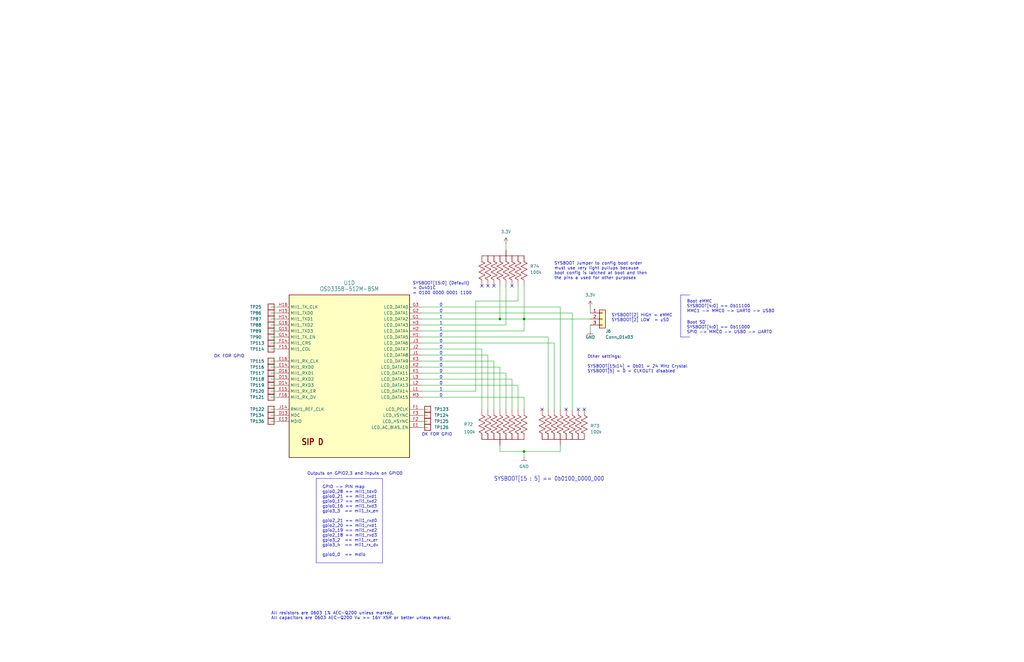
<source format=kicad_sch>
(kicad_sch (version 20230121) (generator eeschema)
  (paper "USLedger")
  (title_block (title "OreSat C3: OSD3358 SIP D") (date "2023-05-29") (rev "6.0"))
  (lib_symbols
    (symbol "Connector_Generic:Conn_01x03" (pin_names (offset 1.016) hide)
      (property "Reference" "J" (at 0 5.08 0))
      (property "Value" "Conn_01x03" (at 0 -5.08 0))
      (symbol "Conn_01x03_1_1"
        (pin passive line (at -5.08 2.54 0) (length 3.81) (name "Pin_1") (number "1"))
        (pin passive line (at -5.08 0 0) (length 3.81) (name "Pin_2") (number "2"))
        (pin passive line (at -5.08 -2.54 0) (length 3.81) (name "Pin_3") (number "3"))
      )
    )
    (symbol "oresat-ics:OSD3358-512M-BSM"
      (property "Reference" "U" (at 0 87.63 0))
      (property "Value" "OSD3358-512M-BSM" (at 0 85.09 0))
      (symbol "OSD3358-512M-BSM_1_0"
        (text "Connect to either:\nSYS_VDD_1P8V or\nSYS_VDD3_3P3V" (at 8.89 -21.59 900) (effects (font (size 1.27 1.0795)) (justify bottom)))
        (text "Connect together with pour" (at 5.08 -60.96 900) (effects (font (size 1.27 1.0795)) (justify left bottom)))
        (text "Connect together with pour" (at 5.08 -7.62 900) (effects (font (size 1.27 1.0795)) (justify left bottom)))
        (text "GND to program EEPROM" (at -25.4 -71.12 0) (effects (font (size 1.27 1.0795)) (justify left bottom)))
        (text "I2C0" (at -2.54 -60.96 900) (effects (font (size 2.54 2.159)) (justify left bottom)))
        (text "Reset" (at 5.08 -81.28 900) (effects (font (size 2.54 2.159)) (justify left bottom)))
        (text "SIP A" (at -20.32 17.78 0) (effects (font (size 2.54 2.159) bold) (justify left bottom)))
        (pin bidirectional line (at -35.56 -53.34 0) (length 5.08) (name "I2C0_SCL") (number "C10"))
        (pin bidirectional line (at -35.56 -63.5 0) (length 5.08) (name "I2C0_SDA") (number "C11"))
        (pin bidirectional line (at -35.56 -50.8 0) (length 5.08) (name "PMIC_SCL") (number "D10"))
        (pin bidirectional line (at -35.56 -60.96 0) (length 5.08) (name "PMIC_SDA") (number "D11"))
        (pin bidirectional line (at -35.56 -40.64 0) (length 5.08) (name "EXTINTN") (number "D4"))
        (pin output line (at -35.56 -38.1 0) (length 5.08) (name "PMIC_NINT") (number "E4"))
        (pin power_in line (at 35.56 -38.1 180) (length 5.08) (name "SYS_VDD_1P8V@1") (number "F10"))
        (pin power_in line (at 35.56 43.18 180) (length 5.08) (name "SYS_VDD2_3P3V@1") (number "F11"))
        (pin power_in line (at 35.56 60.96 180) (length 5.08) (name "SYS_VDD1_3P3V@1") (number "F6"))
        (pin power_in line (at 35.56 58.42 180) (length 5.08) (name "SYS_VDD1_3P3V@2") (number "F7"))
        (pin power_in line (at 35.56 12.7 180) (length 5.08) (name "SYS_VDD3_3P3V@1") (number "F8"))
        (pin power_in line (at 35.56 -22.86 180) (length 5.08) (name "VDDSHV4") (number "F9"))
        (pin power_in line (at 35.56 -40.64 180) (length 5.08) (name "SYS_VDD_1P8V@2") (number "G10"))
        (pin power_in line (at 35.56 40.64 180) (length 5.08) (name "SYS_VDD2_3P3V@2") (number "G11"))
        (pin power_in line (at 35.56 55.88 180) (length 5.08) (name "SYS_VDD1_3P3V@3") (number "G6"))
        (pin power_in line (at 35.56 53.34 180) (length 5.08) (name "SYS_VDD1_3P3V@4") (number "G7"))
        (pin power_in line (at 35.56 10.16 180) (length 5.08) (name "SYS_VDD3_3P3V@2") (number "G8"))
        (pin power_in line (at 35.56 -25.4 180) (length 5.08) (name "VDDSHV5") (number "G9"))
        (pin power_in line (at 35.56 -43.18 180) (length 5.08) (name "SYS_VDD_1P8V@3") (number "H10"))
        (pin power_in line (at 35.56 -45.72 180) (length 5.08) (name "SYS_VDD_1P8V@4") (number "H11"))
        (pin power_in line (at 35.56 7.62 180) (length 5.08) (name "SYS_VDD3_3P3V@3") (number "H7"))
        (pin power_in line (at 35.56 5.08 180) (length 5.08) (name "SYS_VDD3_3P3V@4") (number "H8"))
        (pin power_in line (at 35.56 -27.94 180) (length 5.08) (name "VDDSHV6") (number "H9"))
        (pin power_in line (at 35.56 -48.26 180) (length 5.08) (name "SYS_VDD_1P8V@5") (number "J10"))
        (pin power_in line (at 35.56 -50.8 180) (length 5.08) (name "SYS_VDD_1P8V@6") (number "J11"))
        (pin power_in line (at 35.56 2.54 180) (length 5.08) (name "SYS_VDD3_3P3V@5") (number "J7"))
        (pin power_in line (at 35.56 0 180) (length 5.08) (name "SYS_VDD3_3P3V@6") (number "J8"))
        (pin power_in line (at 35.56 -15.24 180) (length 5.08) (name "VDDSHV1") (number "J9"))
        (pin power_in line (at 35.56 -53.34 180) (length 5.08) (name "SYS_VDD_1P8V@7") (number "K10"))
        (pin power_in line (at 35.56 30.48 180) (length 5.08) (name "SYS_RTC_1P8V@1") (number "K11"))
        (pin power_in line (at 35.56 78.74 180) (length 5.08) (name "SYS_VOUT@1") (number "K6"))
        (pin power_in line (at 35.56 76.2 180) (length 5.08) (name "SYS_VOUT@2") (number "K7"))
        (pin power_in line (at 35.56 -2.54 180) (length 5.08) (name "SYS_VDD3_3P3V@7") (number "K8"))
        (pin power_in line (at 35.56 -17.78 180) (length 5.08) (name "VDDSHV2") (number "K9"))
        (pin power_in line (at 35.56 -55.88 180) (length 5.08) (name "SYS_VDD_1P8V@8") (number "L10"))
        (pin power_in line (at 35.56 27.94 180) (length 5.08) (name "SYS_RTC_1P8V@2") (number "L11"))
        (pin output line (at -35.56 -30.48 0) (length 5.08) (name "PMIC_NWAKEUP") (number "L4"))
        (pin power_in line (at 35.56 73.66 180) (length 5.08) (name "SYS_VOUT@3") (number "L6"))
        (pin power_in line (at 35.56 71.12 180) (length 5.08) (name "SYS_VOUT@4") (number "L7"))
        (pin power_in line (at 35.56 -5.08 180) (length 5.08) (name "SYS_VDD3_3P3V@8") (number "L8"))
        (pin power_in line (at 35.56 -20.32 180) (length 5.08) (name "VDDSHV3") (number "L9"))
        (pin bidirectional line (at -35.56 5.08 0) (length 5.08) (name "PMIC_NRESET") (number "M13"))
        (pin bidirectional line (at -35.56 -83.82 0) (length 5.08) (name "RTC_KALDO_ENN") (number "M16"))
        (pin bidirectional line (at -35.56 -73.66 0) (length 5.08) (name "EEPROM_WP") (number "M2"))
        (pin bidirectional line (at -35.56 -33.02 0) (length 5.08) (name "EXT_WAKEUP") (number "M4"))
        (pin output line (at -35.56 -17.78 0) (length 5.08) (name "PMIC_POWER_EN") (number "N10"))
        (pin input line (at -35.56 -15.24 0) (length 5.08) (name "PMIC_PWR_EN") (number "N11"))
        (pin output line (at 35.56 -71.12 180) (length 5.08) (name "PMIC_PGOOD") (number "N12"))
        (pin output line (at -35.56 -22.86 0) (length 5.08) (name "PMIC_LDO_PGOOD") (number "N4"))
        (pin bidirectional line (at -35.56 -25.4 0) (length 5.08) (name "RTC_PWRONRSTN") (number "N5"))
        (pin bidirectional line (at -35.56 35.56 0) (length 5.08) (name "PMIC_TS") (number "N6"))
        (pin bidirectional line (at -35.56 38.1 0) (length 5.08) (name "PMIC_BAT_SENSE") (number "N7"))
        (pin power_in line (at -35.56 78.74 0) (length 5.08) (name "VIN_AC@1") (number "P10"))
        (pin bidirectional line (at 35.56 -73.66 180) (length 5.08) (name "PWRONRSTN") (number "P11"))
        (pin power_in line (at -35.56 48.26 0) (length 5.08) (name "VIN_BAT@1") (number "P8"))
        (pin power_in line (at -35.56 63.5 0) (length 5.08) (name "VIN_USB@1") (number "P9"))
        (pin power_in line (at -35.56 76.2 0) (length 5.08) (name "VIN_AC@2") (number "R10"))
        (pin bidirectional line (at 35.56 -83.82 180) (length 5.08) (name "WARMRSTN") (number "R11"))
        (pin power_in line (at -35.56 45.72 0) (length 5.08) (name "VIN_BAT@2") (number "R8"))
        (pin power_in line (at -35.56 60.96 0) (length 5.08) (name "VIN_USB@2") (number "R9"))
        (pin power_in line (at -35.56 73.66 0) (length 5.08) (name "VIN_AC@3") (number "T10"))
        (pin bidirectional line (at -35.56 -5.08 0) (length 5.08) (name "PMIC_PB_IN") (number "T11"))
        (pin power_in line (at -35.56 43.18 0) (length 5.08) (name "VIN_BAT@3") (number "T8"))
        (pin power_in line (at -35.56 58.42 0) (length 5.08) (name "VIN_USB@3") (number "T9"))
      )
      (symbol "OSD3358-512M-BSM_2_0"
        (text "Analog" (at 2.54 22.86 0) (effects (font (size 2.54 2.159)) (justify left bottom)))
        (text "Analog Inputs" (at 5.08 -30.48 900) (effects (font (size 2.54 2.159)) (justify left bottom)))
        (text "JTAG" (at -2.54 -25.4 900) (effects (font (size 2.54 2.159)) (justify left bottom)))
        (text "Pwr & Gnd" (at 12.7 20.32 0) (effects (font (size 2.159 2.159))))
        (text "RTC" (at -2.54 0 900) (effects (font (size 2.54 2.159)) (justify left bottom)))
        (text "SIP B" (at -5.08 53.34 0) (effects (font (size 2.54 2.159) bold) (justify left bottom)))
        (text "USB0" (at -2.54 -53.34 900) (effects (font (size 2.54 2.159)) (justify left bottom)))
        (text "USB1" (at 5.08 -53.34 900) (effects (font (size 2.54 2.159)) (justify left bottom)))
        (text "XTAL" (at -2.54 30.48 900) (effects (font (size 2.54 2.159)) (justify left bottom)))
        (pin bidirectional line (at -30.48 -2.54 0) (length 5.08) (name "OSC1_OUT") (number "A5"))
        (pin bidirectional line (at -30.48 12.7 0) (length 5.08) (name "OSC1_IN") (number "A6"))
        (pin bidirectional line (at 30.48 45.72 180) (length 5.08) (name "SYS_ADC_1P8V") (number "A7"))
        (pin bidirectional line (at 30.48 -5.08 180) (length 5.08) (name "AIN0") (number "A8"))
        (pin bidirectional line (at 30.48 15.24 180) (length 5.08) (name "AGND_ADC") (number "A9"))
        (pin bidirectional line (at -30.48 -7.62 0) (length 5.08) (name "OSC1_GND") (number "B5"))
        (pin bidirectional line (at 30.48 -10.16 180) (length 5.08) (name "AIN2") (number "B6"))
        (pin bidirectional line (at 30.48 35.56 180) (length 5.08) (name "VREFP") (number "B7"))
        (pin bidirectional line (at 30.48 -7.62 180) (length 5.08) (name "AIN1") (number "B8"))
        (pin bidirectional line (at 30.48 5.08 180) (length 5.08) (name "VREFN") (number "B9"))
        (pin bidirectional line (at -30.48 -17.78 0) (length 5.08) (name "TDI") (number "C1"))
        (pin bidirectional line (at -30.48 -20.32 0) (length 5.08) (name "TDO") (number "C2"))
        (pin bidirectional line (at 30.48 -12.7 180) (length 5.08) (name "AIN3") (number "C6"))
        (pin bidirectional line (at 30.48 -15.24 180) (length 5.08) (name "AIN4") (number "C7"))
        (pin bidirectional line (at 30.48 -17.78 180) (length 5.08) (name "AIN5") (number "C8"))
        (pin bidirectional line (at 30.48 -20.32 180) (length 5.08) (name "AIN6") (number "C9"))
        (pin bidirectional line (at -30.48 -22.86 0) (length 5.08) (name "TCK") (number "D1"))
        (pin bidirectional line (at -30.48 -25.4 0) (length 5.08) (name "TMS") (number "D2"))
        (pin bidirectional line (at -30.48 -27.94 0) (length 5.08) (name "TRSTN") (number "D3"))
        (pin bidirectional line (at 30.48 -27.94 180) (length 5.08) (name "PMIC_MUX_OUT") (number "D6"))
        (pin bidirectional line (at 30.48 -22.86 180) (length 5.08) (name "AIN7") (number "D7"))
        (pin bidirectional line (at -30.48 -30.48 0) (length 5.08) (name "EMU0") (number "E2"))
        (pin bidirectional line (at -30.48 -33.02 0) (length 5.08) (name "EMU1") (number "E3"))
        (pin bidirectional line (at -30.48 -55.88 0) (length 5.08) (name "USB0_DRVVBUS") (number "J15"))
        (pin bidirectional line (at -30.48 -43.18 0) (length 5.08) (name "USB0_VBUS") (number "J16"))
        (pin bidirectional line (at -30.48 -53.34 0) (length 5.08) (name "USB0_CE") (number "K13"))
        (pin bidirectional line (at -30.48 -50.8 0) (length 5.08) (name "USB0_ID") (number "K14"))
        (pin bidirectional line (at -30.48 -48.26 0) (length 5.08) (name "USB0_DP") (number "K15"))
        (pin bidirectional line (at -30.48 -45.72 0) (length 5.08) (name "USB0_DM") (number "K16"))
        (pin bidirectional line (at 30.48 -53.34 180) (length 5.08) (name "USB1_CE") (number "L13"))
        (pin bidirectional line (at 30.48 -50.8 180) (length 5.08) (name "USB1_ID") (number "L14"))
        (pin bidirectional line (at 30.48 -48.26 180) (length 5.08) (name "USB1_DP") (number "L15"))
        (pin bidirectional line (at 30.48 -45.72 180) (length 5.08) (name "USB1_DM") (number "L16"))
        (pin bidirectional line (at 30.48 -55.88 180) (length 5.08) (name "USB1_DRVVBUS") (number "M14"))
        (pin bidirectional line (at 30.48 -43.18 180) (length 5.08) (name "USB1_VBUS") (number "M15"))
        (pin bidirectional line (at 30.48 -33.02 180) (length 5.08) (name "PMIC_MUX_IN") (number "N13"))
        (pin bidirectional line (at -30.48 22.86 0) (length 5.08) (name "OSC0_GND") (number "N15"))
        (pin bidirectional line (at -30.48 27.94 0) (length 5.08) (name "OSC0_OUT") (number "N16"))
        (pin bidirectional line (at -30.48 43.18 0) (length 5.08) (name "OSC0_IN") (number "P16"))
      )
      (symbol "OSD3358-512M-BSM_3_0"
        (text "SIP C" (at -5.08 53.34 0) (effects (font (size 2.54 2.159) bold) (justify left bottom)))
        (pin bidirectional line (at -30.48 -12.7 0) (length 5.08) (name "MCASP0_ACLKX") (number "A1"))
        (pin bidirectional line (at -30.48 33.02 0) (length 5.08) (name "UART1_RTSN") (number "A10"))
        (pin bidirectional line (at -30.48 38.1 0) (length 5.08) (name "UART1_RXD") (number "A11"))
        (pin bidirectional line (at -30.48 53.34 0) (length 5.08) (name "UART0_RXD") (number "A12"))
        (pin bidirectional line (at -30.48 25.4 0) (length 5.08) (name "SPI0_SCLK") (number "A13"))
        (pin bidirectional line (at -30.48 17.78 0) (length 5.08) (name "SPI0_CS0") (number "A14"))
        (pin bidirectional line (at -30.48 0 0) (length 5.08) (name "MMC0_DAT1") (number "A15"))
        (pin bidirectional line (at -30.48 2.54 0) (length 5.08) (name "MMC0_DAT0") (number "A16"))
        (pin bidirectional line (at -30.48 -15.24 0) (length 5.08) (name "MCASP0_FSX") (number "A2"))
        (pin bidirectional line (at -30.48 -22.86 0) (length 5.08) (name "MCASP0_ACLKR") (number "A3"))
        (pin bidirectional line (at -30.48 -38.1 0) (length 5.08) (name "XDMA_EVENT_INTR0") (number "A4"))
        (pin bidirectional line (at -30.48 -20.32 0) (length 5.08) (name "MCASP0_AHCLKR") (number "B1"))
        (pin bidirectional line (at -30.48 35.56 0) (length 5.08) (name "UART1_CTSN") (number "B10"))
        (pin bidirectional line (at -30.48 40.64 0) (length 5.08) (name "UART1_TXD") (number "B11"))
        (pin bidirectional line (at -30.48 55.88 0) (length 5.08) (name "UART0_TXD") (number "B12"))
        (pin bidirectional line (at -30.48 22.86 0) (length 5.08) (name "SPI0_D0") (number "B13"))
        (pin bidirectional line (at -30.48 20.32 0) (length 5.08) (name "SPI0_D1") (number "B14"))
        (pin bidirectional line (at -30.48 7.62 0) (length 5.08) (name "MMC0_CLK") (number "B15"))
        (pin bidirectional line (at -30.48 5.08 0) (length 5.08) (name "MMC0_CMD") (number "B16"))
        (pin bidirectional line (at -30.48 -17.78 0) (length 5.08) (name "MCASP0_AXR0") (number "B2"))
        (pin bidirectional line (at -30.48 -25.4 0) (length 5.08) (name "MCASP0_FSR") (number "B3"))
        (pin bidirectional line (at -30.48 -40.64 0) (length 5.08) (name "XDMA_EVENT_INTR1") (number "B4"))
        (pin bidirectional line (at -30.48 50.8 0) (length 5.08) (name "UART0_CTSN") (number "C12"))
        (pin bidirectional line (at -30.48 48.26 0) (length 5.08) (name "UART0_RTSN") (number "C13"))
        (pin bidirectional line (at -30.48 15.24 0) (length 5.08) (name "SPI0_CS1") (number "C14"))
        (pin bidirectional line (at -30.48 -5.08 0) (length 5.08) (name "MMC0_DAT3") (number "C15"))
        (pin bidirectional line (at -30.48 -2.54 0) (length 5.08) (name "MMC0_DAT2") (number "C16"))
        (pin bidirectional line (at -30.48 -27.94 0) (length 5.08) (name "MCASP0_AXR1") (number "C3"))
        (pin bidirectional line (at -30.48 -30.48 0) (length 5.08) (name "MCASP0_AHCLKX") (number "C4"))
        (pin bidirectional line (at -30.48 -43.18 0) (length 5.08) (name "ECAP0_IN_PWM0_OUT") (number "C5"))
        (pin bidirectional line (at 30.48 -50.8 180) (length 5.08) (name "GPMC_ADVN_ALE") (number "M1"))
        (pin bidirectional line (at 30.48 -58.42 180) (length 5.08) (name "GPMC_OEN_REN") (number "N1"))
        (pin bidirectional line (at 30.48 17.78 180) (length 5.08) (name "GPMC_BEN1") (number "N14"))
        (pin bidirectional line (at 30.48 -55.88 180) (length 5.08) (name "GPMC_WEN") (number "N2"))
        (pin bidirectional line (at 30.48 -53.34 180) (length 5.08) (name "GPMC_BEN0_CLE") (number "N3"))
        (pin bidirectional line (at 30.48 2.54 180) (length 5.08) (name "GPMC_CSN2") (number "P1"))
        (pin bidirectional line (at 30.48 45.72 180) (length 5.08) (name "GPMC_A2") (number "P12"))
        (pin bidirectional line (at 30.48 38.1 180) (length 5.08) (name "GPMC_A5") (number "P13"))
        (pin bidirectional line (at 30.48 30.48 180) (length 5.08) (name "GPMC_A8") (number "P14"))
        (pin bidirectional line (at 30.48 15.24 180) (length 5.08) (name "GPMC_WAIT0") (number "P15"))
        (pin bidirectional line (at 30.48 5.08 180) (length 5.08) (name "GPMC_CSN1") (number "P2"))
        (pin bidirectional line (at 30.48 7.62 180) (length 5.08) (name "GPMC_CSN0") (number "P3"))
        (pin bidirectional line (at 30.48 -20.32 180) (length 5.08) (name "GPMC_AD6") (number "P4"))
        (pin bidirectional line (at 30.48 -30.48 180) (length 5.08) (name "GPMC_AD9") (number "P5"))
        (pin bidirectional line (at 30.48 -38.1 180) (length 5.08) (name "GPMC_AD12") (number "P6"))
        (pin bidirectional line (at 30.48 -45.72 180) (length 5.08) (name "GPMC_AD15") (number "P7"))
        (pin bidirectional line (at 30.48 -10.16 180) (length 5.08) (name "GPMC_AD2") (number "R1"))
        (pin bidirectional line (at 30.48 48.26 180) (length 5.08) (name "GPMC_A1") (number "R12"))
        (pin bidirectional line (at 30.48 40.64 180) (length 5.08) (name "GPMC_A4") (number "R13"))
        (pin bidirectional line (at 30.48 33.02 180) (length 5.08) (name "GPMC_A7") (number "R14"))
        (pin bidirectional line (at 30.48 25.4 180) (length 5.08) (name "GPMC_A10") (number "R15"))
        (pin bidirectional line (at 30.48 12.7 180) (length 5.08) (name "GPMC_WPN") (number "R16"))
        (pin bidirectional line (at 30.48 -7.62 180) (length 5.08) (name "GPMC_AD1") (number "R2"))
        (pin bidirectional line (at 30.48 -5.08 180) (length 5.08) (name "GPMC_AD0") (number "R3"))
        (pin bidirectional line (at 30.48 -22.86 180) (length 5.08) (name "GPMC_AD7") (number "R4"))
        (pin bidirectional line (at 30.48 -33.02 180) (length 5.08) (name "GPMC_AD10") (number "R5"))
        (pin bidirectional line (at 30.48 -40.64 180) (length 5.08) (name "GPMC_AD13") (number "R6"))
        (pin bidirectional line (at 30.48 0 180) (length 5.08) (name "GPMC_CSN3") (number "R7"))
        (pin bidirectional line (at 30.48 -17.78 180) (length 5.08) (name "GPMC_AD5") (number "T1"))
        (pin bidirectional line (at 30.48 50.8 180) (length 5.08) (name "GPMC_A0") (number "T12"))
        (pin bidirectional line (at 30.48 43.18 180) (length 5.08) (name "GPMC_A3") (number "T13"))
        (pin bidirectional line (at 30.48 35.56 180) (length 5.08) (name "GPMC_A6") (number "T14"))
        (pin bidirectional line (at 30.48 27.94 180) (length 5.08) (name "GPMC_A9") (number "T15"))
        (pin bidirectional line (at 30.48 22.86 180) (length 5.08) (name "GPMC_A11") (number "T16"))
        (pin bidirectional line (at 30.48 -15.24 180) (length 5.08) (name "GPMC_AD4") (number "T2"))
        (pin bidirectional line (at 30.48 -12.7 180) (length 5.08) (name "GPMC_AD3") (number "T3"))
        (pin bidirectional line (at 30.48 -27.94 180) (length 5.08) (name "GPMC_AD8") (number "T4"))
        (pin bidirectional line (at 30.48 -35.56 180) (length 5.08) (name "GPMC_AD11") (number "T5"))
        (pin bidirectional line (at 30.48 -43.18 180) (length 5.08) (name "GPMC_AD14") (number "T6"))
        (pin bidirectional line (at 30.48 55.88 180) (length 5.08) (name "GPMC_CLK") (number "T7"))
      )
      (symbol "OSD3358-512M-BSM_4_0"
        (text "SIP D" (at -20.32 -30.48 0) (effects (font (size 2.54 2.159) bold) (justify left bottom)))
        (pin bidirectional line (at -30.48 -17.78 0) (length 5.08) (name "MDC") (number "D13"))
        (pin bidirectional line (at -30.48 -5.08 0) (length 5.08) (name "MII1_RXD3") (number "D14"))
        (pin bidirectional line (at -30.48 -2.54 0) (length 5.08) (name "MII1_RXD2") (number "D15"))
        (pin bidirectional line (at -30.48 0 0) (length 5.08) (name "MII1_RXD1") (number "D16"))
        (pin bidirectional line (at 30.48 -22.86 180) (length 5.08) (name "LCD_AC_BIAS_EN") (number "E1"))
        (pin bidirectional line (at -30.48 -20.32 0) (length 5.08) (name "MDIO") (number "E13"))
        (pin bidirectional line (at -30.48 2.54 0) (length 5.08) (name "MII1_RXD0") (number "E14"))
        (pin bidirectional line (at -30.48 -7.62 0) (length 5.08) (name "MII1_RX_ER") (number "E15"))
        (pin bidirectional line (at -30.48 5.08 0) (length 5.08) (name "MII1_RX_CLK") (number "E16"))
        (pin bidirectional line (at 30.48 -15.24 180) (length 5.08) (name "LCD_PCLK") (number "F1"))
        (pin bidirectional line (at -30.48 12.7 0) (length 5.08) (name "MII1_CRS") (number "F14"))
        (pin bidirectional line (at -30.48 10.16 0) (length 5.08) (name "MII1_COL") (number "F15"))
        (pin bidirectional line (at -30.48 -10.16 0) (length 5.08) (name "MII1_RX_DV") (number "F16"))
        (pin bidirectional line (at 30.48 -20.32 180) (length 5.08) (name "LCD_HSYNC") (number "F2"))
        (pin bidirectional line (at 30.48 -17.78 180) (length 5.08) (name "LCD_VSYNC") (number "F3"))
        (pin bidirectional line (at 30.48 22.86 180) (length 5.08) (name "LCD_DATA2") (number "G1"))
        (pin bidirectional line (at -30.48 15.24 0) (length 5.08) (name "MII1_TX_EN") (number "G14"))
        (pin bidirectional line (at -30.48 17.78 0) (length 5.08) (name "MII1_TXD3") (number "G15"))
        (pin bidirectional line (at -30.48 20.32 0) (length 5.08) (name "MII1_TXD2") (number "G16"))
        (pin bidirectional line (at 30.48 25.4 180) (length 5.08) (name "LCD_DATA1") (number "G2"))
        (pin bidirectional line (at 30.48 27.94 180) (length 5.08) (name "LCD_DATA0") (number "G3"))
        (pin bidirectional line (at 30.48 15.24 180) (length 5.08) (name "LCD_DATA5") (number "H1"))
        (pin bidirectional line (at -30.48 22.86 0) (length 5.08) (name "MII1_TXD1") (number "H14"))
        (pin bidirectional line (at -30.48 25.4 0) (length 5.08) (name "MII1_TXD0") (number "H15"))
        (pin bidirectional line (at -30.48 27.94 0) (length 5.08) (name "MII1_TX_CLK") (number "H16"))
        (pin bidirectional line (at 30.48 17.78 180) (length 5.08) (name "LCD_DATA4") (number "H2"))
        (pin bidirectional line (at 30.48 20.32 180) (length 5.08) (name "LCD_DATA3") (number "H3"))
        (pin bidirectional line (at 30.48 7.62 180) (length 5.08) (name "LCD_DATA8") (number "J1"))
        (pin bidirectional line (at -30.48 -15.24 0) (length 5.08) (name "RMII1_REF_CLK") (number "J14"))
        (pin bidirectional line (at 30.48 10.16 180) (length 5.08) (name "LCD_DATA7") (number "J2"))
        (pin bidirectional line (at 30.48 12.7 180) (length 5.08) (name "LCD_DATA6") (number "J3"))
        (pin bidirectional line (at 30.48 0 180) (length 5.08) (name "LCD_DATA11") (number "K1"))
        (pin bidirectional line (at 30.48 2.54 180) (length 5.08) (name "LCD_DATA10") (number "K2"))
        (pin bidirectional line (at 30.48 5.08 180) (length 5.08) (name "LCD_DATA9") (number "K3"))
        (pin bidirectional line (at 30.48 -7.62 180) (length 5.08) (name "LCD_DATA14") (number "L1"))
        (pin bidirectional line (at 30.48 -5.08 180) (length 5.08) (name "LCD_DATA13") (number "L2"))
        (pin bidirectional line (at 30.48 -2.54 180) (length 5.08) (name "LCD_DATA12") (number "L3"))
        (pin bidirectional line (at 30.48 -10.16 180) (length 5.08) (name "LCD_DATA15") (number "M3"))
      )
      (symbol "OSD3358-512M-BSM_5_0"
        (text "a via per pad." (at -7.62 -21.59 0) (effects (font (size 1.27 1.27)) (justify left)))
        (text "DGND pads  instead of " (at -7.62 -19.05 0) (effects (font (size 1.27 1.27)) (justify left)))
        (text "NOTE:  Can use pours to connect" (at -13.97 -17.78 0) (effects (font (size 1.27 1.0795)) (justify left bottom)))
        (text "SIP E" (at 0 20.32 0) (effects (font (size 2.54 2.159) bold) (justify bottom)))
        (pin bidirectional line (at -30.48 25.4 0) (length 5.08) (name "DGND@1") (number "D8"))
        (pin bidirectional line (at -30.48 22.86 0) (length 5.08) (name "DGND@2") (number "D9"))
        (pin bidirectional line (at -30.48 5.08 0) (length 5.08) (name "DGND@8") (number "E10"))
        (pin bidirectional line (at -30.48 2.54 0) (length 5.08) (name "DGND@9") (number "E11"))
        (pin bidirectional line (at -30.48 0 0) (length 5.08) (name "DGND@10") (number "E12"))
        (pin bidirectional line (at -30.48 17.78 0) (length 5.08) (name "DGND@3") (number "E5"))
        (pin bidirectional line (at -30.48 15.24 0) (length 5.08) (name "DGND@4") (number "E6"))
        (pin bidirectional line (at -30.48 12.7 0) (length 5.08) (name "DGND@5") (number "E7"))
        (pin bidirectional line (at -30.48 10.16 0) (length 5.08) (name "DGND@6") (number "E8"))
        (pin bidirectional line (at -30.48 7.62 0) (length 5.08) (name "DGND@7") (number "E9"))
        (pin bidirectional line (at -30.48 -7.62 0) (length 5.08) (name "DGND@12") (number "F12"))
        (pin bidirectional line (at -30.48 -5.08 0) (length 5.08) (name "DGND@11") (number "F5"))
        (pin bidirectional line (at -30.48 -15.24 0) (length 5.08) (name "DGND@14") (number "G12"))
        (pin bidirectional line (at -30.48 -12.7 0) (length 5.08) (name "DGND@13") (number "G5"))
        (pin bidirectional line (at -30.48 -25.4 0) (length 5.08) (name "DGND@17") (number "H12"))
        (pin bidirectional line (at -30.48 -27.94 0) (length 5.08) (name "DGND@18") (number "H13"))
        (pin bidirectional line (at -30.48 -20.32 0) (length 5.08) (name "DGND@15") (number "H4"))
        (pin bidirectional line (at -30.48 -22.86 0) (length 5.08) (name "DGND@16") (number "H5"))
        (pin bidirectional line (at 30.48 20.32 180) (length 5.08) (name "DGND@21") (number "J12"))
        (pin bidirectional line (at 30.48 17.78 180) (length 5.08) (name "DGND@22") (number "J13"))
        (pin bidirectional line (at 30.48 25.4 180) (length 5.08) (name "DGND@19") (number "J4"))
        (pin bidirectional line (at 30.48 22.86 180) (length 5.08) (name "DGND@20") (number "J5"))
        (pin bidirectional line (at 30.48 10.16 180) (length 5.08) (name "DGND@24") (number "K12"))
        (pin bidirectional line (at 30.48 12.7 180) (length 5.08) (name "DGND@23") (number "K5"))
        (pin bidirectional line (at 30.48 2.54 180) (length 5.08) (name "DGND@26") (number "L12"))
        (pin bidirectional line (at 30.48 5.08 180) (length 5.08) (name "DGND@25") (number "L5"))
        (pin bidirectional line (at 30.48 -15.24 180) (length 5.08) (name "DGND@32") (number "M10"))
        (pin bidirectional line (at 30.48 -17.78 180) (length 5.08) (name "DGND@33") (number "M11"))
        (pin bidirectional line (at 30.48 -20.32 180) (length 5.08) (name "DGND@34") (number "M12"))
        (pin bidirectional line (at 30.48 -2.54 180) (length 5.08) (name "DGND@27") (number "M5"))
        (pin bidirectional line (at 30.48 -5.08 180) (length 5.08) (name "DGND@28") (number "M6"))
        (pin bidirectional line (at 30.48 -7.62 180) (length 5.08) (name "DGND@29") (number "M7"))
        (pin bidirectional line (at 30.48 -10.16 180) (length 5.08) (name "DGND@30") (number "M8"))
        (pin bidirectional line (at 30.48 -12.7 180) (length 5.08) (name "DGND@31") (number "M9"))
        (pin bidirectional line (at 30.48 -25.4 180) (length 5.08) (name "DGND@35") (number "N8"))
        (pin bidirectional line (at 30.48 -27.94 180) (length 5.08) (name "DGND@36") (number "N9"))
      )
      (symbol "OSD3358-512M-BSM_6_0"
        (text "Do Not Connect" (at 0 -15.24 0) (effects (font (size 1.778 1.5113))))
        (text "Do Not Use" (at 0 11.43 0) (effects (font (size 1.778 1.5113)) (justify bottom)))
        (text "power rail recommended" (at -10.16 5.08 0) (effects (font (size 1.27 1.27)) (justify left)))
        (text "SIP F" (at 15.24 20.32 0) (effects (font (size 2.54 2.159) bold) (justify bottom)))
        (text "Test Point per " (at -10.16 7.62 0) (effects (font (size 1.27 1.27)) (justify left)))
        (pin bidirectional line (at 27.94 -5.08 180) (length 5.08) (name "NC@1") (number "D12"))
        (pin bidirectional line (at -27.94 -5.08 0) (length 5.08) (name "CAP_VDD_RTC") (number "D5"))
        (pin bidirectional line (at -27.94 10.16 0) (length 5.08) (name "VDD_MPU") (number "F13"))
        (pin bidirectional line (at -27.94 20.32 0) (length 5.08) (name "VDDS_DDR") (number "F4"))
        (pin bidirectional line (at -27.94 5.08 0) (length 5.08) (name "VDDS_PLL") (number "G13"))
        (pin bidirectional line (at -27.94 15.24 0) (length 5.08) (name "VDD_CORE") (number "G4"))
        (pin bidirectional line (at -27.94 -10.16 0) (length 5.08) (name "VPP") (number "H6"))
        (pin bidirectional line (at 27.94 -7.62 180) (length 5.08) (name "NC@2") (number "J6"))
        (pin bidirectional line (at 27.94 -10.16 180) (length 5.08) (name "NC@3") (number "K4"))
      )
    )
    (symbol "oresat-misc:Test-Point-1mm-round"
      (property "Reference" "TP" (at 0 2.54 0))
      (symbol "Test-Point-1mm-round_1_0"
        (pin passive line (at 0 0 0) (length 0) (name "1") (number "1"))
      )
    )
    (symbol "oresat-passives:EXB-A10P391J"
      (property "Reference" "R" (at -17.8308 5.1308 0))
      (property "Value" "EXB-A10P391J" (at -17.6784 2.5908 0))
      (symbol "EXB-A10P391J_1_0"
        (pin passive line (at -12.7 0 0) (length 2.54) (name "11") (number "1"))
        (pin passive line (at 2.54 -10.16 180) (length 2.54) (name "55") (number "10"))
        (pin passive line (at -12.7 -5.08 0) (length 2.54) (name "22") (number "2"))
        (pin passive line (at -12.7 -10.16 0) (length 2.54) (name "33") (number "3"))
        (pin passive line (at -12.7 -15.24 0) (length 2.54) (name "44") (number "4"))
        (pin passive line (at 2.54 -10.16 180) (length 2.54) (name "55") (number "5"))
        (pin passive line (at -12.7 -17.78 0) (length 2.54) (name "66") (number "6"))
        (pin passive line (at -12.7 -12.7 0) (length 2.54) (name "77") (number "7"))
        (pin passive line (at -12.7 -7.62 0) (length 2.54) (name "88") (number "8"))
        (pin passive line (at -12.7 -2.54 0) (length 2.54) (name "99") (number "9"))
      )
    )
    (symbol "oresat-power:3.3V" (power) (pin_names (offset 0))
      (property "Value" "3.3V" (at 0 3.556 0))
      (symbol "3.3V_1_1"
        (pin power_in line (at 0 0 90) (length 0) hide (name "3.3V") (number "1"))
      )
    )
    (symbol "oresat-power:GND" (power) (pin_names (offset 0))
      (property "Value" "GND" (at 0 -2.54 0))
      (symbol "GND_1_1"
        (pin power_in line (at 0 0 270) (length 0) hide (name "GND") (number "1"))
      )
    )
  )
  (junction (at 220.98 134.62))
  (junction (at 220.98 190.5))
  (junction (at 210.82 134.62))
  (no_connect (at 208.28 120.65))
  (no_connect (at 205.74 120.65))
  (no_connect (at 246.38 172.72))
  (no_connect (at 203.2 120.65))
  (no_connect (at 215.9 120.65))
  (no_connect (at 238.76 172.72))
  (no_connect (at 228.6 172.72))
  (no_connect (at 243.84 172.72))
  (wire (pts (xy 218.44 120.65) (xy 218.44 127)))
  (wire (pts (xy 177.8 142.24) (xy 231.14 142.24)))
  (wire (pts (xy 177.8 167.64) (xy 220.98 167.64)))
  (wire (pts (xy 213.36 120.65) (xy 213.36 137.16)))
  (wire (pts (xy 220.98 134.62) (xy 248.92 134.62)))
  (polyline (pts (xy 133.35 201.93) (xy 161.29 201.93)))
  (wire (pts (xy 177.8 147.32) (xy 203.2 147.32)))
  (wire (pts (xy 177.8 134.62) (xy 210.82 134.62)))
  (wire (pts (xy 177.8 180.34) (xy 180.34 180.34)))
  (wire (pts (xy 233.68 144.78) (xy 233.68 172.72)))
  (wire (pts (xy 177.8 129.54) (xy 236.22 129.54)))
  (wire (pts (xy 114.3 152.4) (xy 116.84 152.4)))
  (wire (pts (xy 248.92 129.54) (xy 248.92 132.08)))
  (wire (pts (xy 177.8 132.08) (xy 241.3 132.08)))
  (wire (pts (xy 177.8 149.86) (xy 205.74 149.86)))
  (wire (pts (xy 220.98 167.64) (xy 220.98 172.72)))
  (wire (pts (xy 200.66 127) (xy 218.44 127)))
  (wire (pts (xy 177.8 139.7) (xy 220.98 139.7)))
  (wire (pts (xy 231.14 142.24) (xy 231.14 172.72)))
  (wire (pts (xy 220.98 190.5) (xy 220.98 193.04)))
  (wire (pts (xy 114.3 177.8) (xy 116.84 177.8)))
  (wire (pts (xy 213.36 157.48) (xy 213.36 172.72)))
  (wire (pts (xy 177.8 160.02) (xy 215.9 160.02)))
  (polyline (pts (xy 287.02 124.46) (xy 287.02 142.24)))
  (wire (pts (xy 114.3 129.54) (xy 116.84 129.54)))
  (wire (pts (xy 116.84 154.94) (xy 114.3 154.94)))
  (wire (pts (xy 177.8 177.8) (xy 180.34 177.8)))
  (wire (pts (xy 205.74 149.86) (xy 205.74 172.72)))
  (wire (pts (xy 114.3 167.64) (xy 116.84 167.64)))
  (wire (pts (xy 114.3 165.1) (xy 116.84 165.1)))
  (wire (pts (xy 116.84 147.32) (xy 114.3 147.32)))
  (wire (pts (xy 210.82 190.5) (xy 220.98 190.5)))
  (wire (pts (xy 114.3 160.02) (xy 116.84 160.02)))
  (wire (pts (xy 210.82 187.96) (xy 210.82 190.5)))
  (wire (pts (xy 177.8 157.48) (xy 213.36 157.48)))
  (polyline (pts (xy 133.35 201.93) (xy 133.35 237.49)))
  (polyline (pts (xy 290.83 124.46) (xy 287.02 124.46)))
  (wire (pts (xy 208.28 152.4) (xy 208.28 172.72)))
  (wire (pts (xy 215.9 160.02) (xy 215.9 172.72)))
  (wire (pts (xy 177.8 175.26) (xy 180.34 175.26)))
  (wire (pts (xy 236.22 129.54) (xy 236.22 172.72)))
  (wire (pts (xy 248.92 137.16) (xy 248.92 139.7)))
  (wire (pts (xy 210.82 154.94) (xy 210.82 172.72)))
  (wire (pts (xy 114.3 157.48) (xy 116.84 157.48)))
  (wire (pts (xy 203.2 147.32) (xy 203.2 172.72)))
  (wire (pts (xy 116.84 137.16) (xy 114.3 137.16)))
  (wire (pts (xy 114.3 139.7) (xy 116.84 139.7)))
  (wire (pts (xy 114.3 172.72) (xy 116.84 172.72)))
  (polyline (pts (xy 287.02 142.24) (xy 290.83 142.24)))
  (wire (pts (xy 200.66 165.1) (xy 200.66 127)))
  (wire (pts (xy 220.98 134.62) (xy 210.82 134.62)))
  (polyline (pts (xy 133.35 237.49) (xy 161.29 237.49)))
  (wire (pts (xy 236.22 190.5) (xy 236.22 187.96)))
  (wire (pts (xy 220.98 134.62) (xy 220.98 139.7)))
  (wire (pts (xy 177.8 162.56) (xy 218.44 162.56)))
  (wire (pts (xy 177.8 165.1) (xy 200.66 165.1)))
  (wire (pts (xy 114.3 134.62) (xy 116.84 134.62)))
  (wire (pts (xy 210.82 134.62) (xy 210.82 120.65)))
  (wire (pts (xy 114.3 144.78) (xy 116.84 144.78)))
  (wire (pts (xy 220.98 120.65) (xy 220.98 134.62)))
  (wire (pts (xy 177.8 144.78) (xy 233.68 144.78)))
  (wire (pts (xy 114.3 132.08) (xy 116.84 132.08)))
  (wire (pts (xy 177.8 137.16) (xy 213.36 137.16)))
  (polyline (pts (xy 161.29 237.49) (xy 161.29 201.93)))
  (wire (pts (xy 177.8 152.4) (xy 208.28 152.4)))
  (wire (pts (xy 116.84 142.24) (xy 114.3 142.24)))
  (wire (pts (xy 114.3 162.56) (xy 116.84 162.56)))
  (wire (pts (xy 177.8 172.72) (xy 180.34 172.72)))
  (wire (pts (xy 116.84 175.26) (xy 114.3 175.26)))
  (wire (pts (xy 241.3 132.08) (xy 241.3 172.72)))
  (wire (pts (xy 218.44 162.56) (xy 218.44 172.72)))
  (wire (pts (xy 177.8 154.94) (xy 210.82 154.94)))
  (wire (pts (xy 213.36 102.87) (xy 213.36 105.41)))
  (wire (pts (xy 220.98 190.5) (xy 236.22 190.5)))
  (text "1" (at 186.69 165.1 0) (effects (font (size 1.27 1.27)) (justify right bottom)))
  (text "1" (at 186.69 134.62 0) (effects (font (size 1.27 1.27)) (justify right bottom)))
  (text "0" (at 186.69 144.78 0) (effects (font (size 1.27 1.27)) (justify right bottom)))
  (text "0" (at 186.69 147.32 0) (effects (font (size 1.27 1.27)) (justify right bottom)))
  (text "SYSBOOT[2] HIGH = eMMC\nSYSBOOT[2] LOW  = uSD" (at 257.81 135.89 0) (effects (font (size 1.27 1.27)) (justify left bottom)))
  (text "Boot SD\nSYSBOOT[4:0] == 0b11000\nSPI0 -> MMC0 -> USB0 -> UART0" (at 289.56 140.97 0) (effects (font (size 1.27 1.27)) (justify left bottom)))
  (text "0" (at 186.69 149.86 0) (effects (font (size 1.27 1.27)) (justify right bottom)))
  (text "0" (at 186.69 157.48 0) (effects (font (size 1.27 1.27)) (justify right bottom)))
  (text "All resistors are 0603 1% AEC-Q200 unless marked.\nAll capacitors are 0603 AEC-Q200 Vw >= 16V X5R or better unless marked." (at 114.3 261.62 0) (effects (font (size 1.27 1.27)) (justify left bottom)))
  (text "Outputs on GPIO2,3 and inputs on GPIO0" (at 129.54 200.66 0) (effects (font (size 1.27 1.27)) (justify left bottom)))
  (text "Boot eMMC\nSYSBOOT[4:0] == 0b11100\nMMC1 -> MMC0 -> UART0 -> USB0" (at 289.56 132.08 0) (effects (font (size 1.27 1.27)) (justify left bottom)))
  (text "SYSBOOT[15:0] (Default)\n= 0x401C\n= 0100 0000 0001 1100 " (at 173.99 124.46 0) (effects (font (size 1.27 1.27)) (justify left bottom)))
  (text "0" (at 186.69 132.08 0) (effects (font (size 1.27 1.27)) (justify right bottom)))
  (text "1" (at 186.69 139.7 0) (effects (font (size 1.27 1.27)) (justify right bottom)))
  (text "SYSBOOT Jumper to config boot order\nmust use very light pullups because\nboot config is latched at boot and then\nthe pins a used for other purposes" (at 233.68 118.11 0) (effects (font (size 1.27 1.27)) (justify left bottom)))
  (text "0" (at 186.69 160.02 0) (effects (font (size 1.27 1.27)) (justify right bottom)))
  (text "0" (at 186.69 162.56 0) (effects (font (size 1.27 1.27)) (justify right bottom)))
  (text "1" (at 186.69 137.16 0) (effects (font (size 1.27 1.27)) (justify right bottom)))
  (text "0" (at 186.69 154.94 0) (effects (font (size 1.27 1.27)) (justify right bottom)))
  (text "0" (at 186.69 142.24 0) (effects (font (size 1.27 1.27)) (justify right bottom)))
  (text "OK FOR GPIO" (at 177.8 184.15 0) (effects (font (size 1.27 1.27)) (justify left bottom)))
  (text "Other settings:\n\nSYSBOOT[15:14] = 0b01 = 24 MHz Crystal\nSYSBOOT[5] = 0 = CLKOUT1 disabled" (at 247.65 157.48 0) (effects (font (size 1.27 1.27)) (justify left bottom)))
  (text "SYSBOOT[15 : 5] == 0b0100_0000_000" (at 208.28 203.2 0) (effects (font (size 1.778 1.5113)) (justify left bottom)))
  (text "GPIO -> PIN map\ngpio0_28 == mii1_tdx0\ngpio0_21 == mii1_txd1\ngpio0_17 == mii1_txd2\ngpio0_16 == mii1_txd3\ngpio3_3  == mii1_tx_en\n\ngpio2_21 == mii1_rxd0\ngpio2_20 == mii1_rxd1\ngpio2_19 == mii1_rxd2\ngpio2_18 == mii1_rxd3\ngpio3_2  == mii1_rx_er\ngpio3_4  == mii1_rx_dv\n\ngpio0_0  == mdio" (at 135.89 234.95 0) (effects (font (size 1.27 1.27)) (justify left bottom)))
  (text "OK FOR GPIO" (at 90.17 151.13 0) (effects (font (size 1.27 1.27)) (justify left bottom)))
  (text "0" (at 186.69 152.4 0) (effects (font (size 1.27 1.27)) (justify right bottom)))
  (text "0" (at 186.69 167.64 0) (effects (font (size 1.27 1.27)) (justify right bottom)))
  (text "0" (at 186.69 129.54 0) (effects (font (size 1.27 1.27)) (justify right bottom)))
  (symbol (lib_id "oresat-misc:Test-Point-1mm-round") (at 114.3 162.56 270) (unit 1)
    (property "Reference" "TP119" (at 105.41 162.56 90) (effects (justify left)))
    (property "Value" "Test-Point" (effects hide))
    (property "Footprint" "TestPoint:TestPoint_Pad_D1.0mm" (effects hide))
  )
  (symbol (lib_id "oresat-power:GND") (at 220.98 193.04 0) (unit 1)
    (property "Reference" "#GND0152" (effects hide))
    (property "Value" "GND" (at 220.98 196.85 0))
  )
  (symbol (lib_id "oresat-power:3.3V") (at 213.36 102.87 0) (unit 1)
    (property "Reference" "#3V0110" (effects hide))
    (property "Value" "3.3V" (at 213.36 97.79 0))
  )
  (symbol (lib_id "oresat-passives:EXB-A10P391J") (at 246.38 185.42 270) (unit 1)
    (property "Reference" "R73" (at 248.92 179.7177 90) (effects (justify left)))
    (property "Value" "100k" (at 248.92 182.2577 90) (effects (justify left)))
    (property "Footprint" "oresat-footprints:R-ARRAY_EXBA-M" (effects hide))
    (property "Datasheet" "http://www.vishay.com/docs/31509/csc.pdf" (effects hide))
  )
  (symbol (lib_id "oresat-misc:Test-Point-1mm-round") (at 114.3 177.8 270) (unit 1)
    (property "Reference" "TP136" (at 105.41 177.8 90) (effects (justify left)))
    (property "Value" "Test-Point" (effects hide))
    (property "Footprint" "TestPoint:TestPoint_Pad_D1.0mm" (effects hide))
  )
  (symbol (lib_id "oresat-misc:Test-Point-1mm-round") (at 114.3 129.54 270) (unit 1)
    (property "Reference" "TP25" (at 105.41 129.54 90) (effects (justify left)))
    (property "Value" "Test-Point" (effects hide))
    (property "Footprint" "TestPoint:TestPoint_Pad_D1.0mm" (effects hide))
  )
  (symbol (lib_id "oresat-misc:Test-Point-1mm-round") (at 114.3 157.48 270) (unit 1)
    (property "Reference" "TP117" (at 105.41 157.48 90) (effects (justify left)))
    (property "Value" "Test-Point" (effects hide))
    (property "Footprint" "TestPoint:TestPoint_Pad_D1.0mm" (effects hide))
  )
  (symbol (lib_id "oresat-misc:Test-Point-1mm-round") (at 114.3 144.78 270) (unit 1)
    (property "Reference" "TP113" (at 105.41 144.78 90) (effects (justify left)))
    (property "Value" "Test-Point" (effects hide))
    (property "Footprint" "TestPoint:TestPoint_Pad_D1.0mm" (effects hide))
  )
  (symbol (lib_id "oresat-misc:Test-Point-1mm-round") (at 114.3 160.02 270) (unit 1)
    (property "Reference" "TP118" (at 105.41 160.02 90) (effects (justify left)))
    (property "Value" "Test-Point" (effects hide))
    (property "Footprint" "TestPoint:TestPoint_Pad_D1.0mm" (effects hide))
  )
  (symbol (lib_id "oresat-misc:Test-Point-1mm-round") (at 114.3 165.1 270) (unit 1)
    (property "Reference" "TP120" (at 105.41 165.1 90) (effects (justify left)))
    (property "Value" "Test-Point" (effects hide))
    (property "Footprint" "TestPoint:TestPoint_Pad_D1.0mm" (effects hide))
  )
  (symbol (lib_id "oresat-misc:Test-Point-1mm-round") (at 114.3 154.94 270) (unit 1)
    (property "Reference" "TP116" (at 105.41 154.94 90) (effects (justify left)))
    (property "Value" "Test-Point" (effects hide))
    (property "Footprint" "TestPoint:TestPoint_Pad_D1.0mm" (effects hide))
  )
  (symbol (lib_id "oresat-misc:Test-Point-1mm-round") (at 114.3 152.4 270) (unit 1)
    (property "Reference" "TP115" (at 105.41 152.4 90) (effects (justify left)))
    (property "Value" "Test-Point" (effects hide))
    (property "Footprint" "TestPoint:TestPoint_Pad_D1.0mm" (effects hide))
  )
  (symbol (lib_id "oresat-misc:Test-Point-1mm-round") (at 114.3 139.7 270) (unit 1)
    (property "Reference" "TP89" (at 105.41 139.7 90) (effects (justify left)))
    (property "Value" "Test-Point" (effects hide))
    (property "Footprint" "TestPoint:TestPoint_Pad_D1.0mm" (effects hide))
  )
  (symbol (lib_id "oresat-misc:Test-Point-1mm-round") (at 114.3 167.64 270) (unit 1)
    (property "Reference" "TP121" (at 105.41 167.64 90) (effects (justify left)))
    (property "Value" "Test-Point" (effects hide))
    (property "Footprint" "TestPoint:TestPoint_Pad_D1.0mm" (effects hide))
  )
  (symbol (lib_id "oresat-misc:Test-Point-1mm-round") (at 180.34 172.72 90) (unit 1)
    (property "Reference" "TP123" (at 189.23 172.72 90) (effects (justify left)))
    (property "Value" "Test-Point" (effects hide))
    (property "Footprint" "TestPoint:TestPoint_Pad_D1.0mm" (effects hide))
  )
  (symbol (lib_id "Connector_Generic:Conn_01x03") (at 254 134.62 0) (unit 1)
    (property "Reference" "J6" (at 255.27 139.7 0) (effects (justify left)))
    (property "Value" "Conn_01x03" (at 255.27 142.24 0) (effects (justify left)))
  )
  (symbol (lib_id "oresat-power:3.3V") (at 248.92 129.54 0) (unit 1)
    (property "Reference" "#3V0109" (effects hide))
    (property "Value" "3.3V" (at 248.92 124.46 0))
  )
  (symbol (lib_id "oresat-misc:Test-Point-1mm-round") (at 180.34 175.26 90) (unit 1)
    (property "Reference" "TP124" (at 189.23 175.26 90) (effects (justify left)))
    (property "Value" "Test-Point" (effects hide))
    (property "Footprint" "TestPoint:TestPoint_Pad_D1.0mm" (effects hide))
  )
  (symbol (lib_id "oresat-ics:OSD3358-512M-BSM") (at 147.32 157.48 0) (unit 4)
    (property "Reference" "U1" (at 147.32 119.38 0) (effects (font (size 1.778 1.5113))))
    (property "Value" "OSD3358-512M-BSM" (at 147.32 121.92 0) (effects (font (size 1.778 1.5113))))
    (property "Footprint" "oresat-footprints:U-Octavo-OSD335X-BGA-256" (effects hide))
    (property "Description" "OSD335x Embedded Module 1GHz 512MB" (effects hide))
    (property "Distributor" "DigiKey" (effects hide))
    (property "MPN" "OSD3358-512M-BSM" (effects hide))
  )
  (symbol (lib_id "oresat-misc:Test-Point-1mm-round") (at 114.3 172.72 270) (unit 1)
    (property "Reference" "TP122" (at 105.41 172.72 90) (effects (justify left)))
    (property "Value" "Test-Point" (effects hide))
    (property "Footprint" "TestPoint:TestPoint_Pad_D1.0mm" (effects hide))
  )
  (symbol (lib_id "oresat-misc:Test-Point-1mm-round") (at 114.3 132.08 270) (unit 1)
    (property "Reference" "TP86" (at 105.41 132.08 90) (effects (justify left)))
    (property "Value" "Test-Point" (effects hide))
    (property "Footprint" "TestPoint:TestPoint_Pad_D1.0mm" (effects hide))
  )
  (symbol (lib_id "oresat-power:GND") (at 248.92 139.7 0) (unit 1)
    (property "Reference" "#GND0153" (effects hide))
    (property "Value" "GND" (at 248.92 142.24 0))
  )
  (symbol (lib_id "oresat-misc:Test-Point-1mm-round") (at 114.3 134.62 270) (unit 1)
    (property "Reference" "TP87" (at 105.41 134.62 90) (effects (justify left)))
    (property "Value" "Test-Point" (effects hide))
    (property "Footprint" "TestPoint:TestPoint_Pad_D1.0mm" (effects hide))
  )
  (symbol (lib_id "oresat-misc:Test-Point-1mm-round") (at 114.3 147.32 270) (unit 1)
    (property "Reference" "TP114" (at 105.41 147.32 90) (effects (justify left)))
    (property "Value" "Test-Point" (effects hide))
    (property "Footprint" "TestPoint:TestPoint_Pad_D1.0mm" (effects hide))
  )
  (symbol (lib_id "oresat-misc:Test-Point-1mm-round") (at 114.3 175.26 270) (unit 1)
    (property "Reference" "TP134" (at 105.41 175.26 90) (effects (justify left)))
    (property "Value" "Test-Point" (effects hide))
    (property "Footprint" "TestPoint:TestPoint_Pad_D1.0mm" (effects hide))
  )
  (symbol (lib_id "oresat-misc:Test-Point-1mm-round") (at 180.34 177.8 90) (unit 1)
    (property "Reference" "TP125" (at 189.23 177.8 90) (effects (justify left)))
    (property "Value" "Test-Point" (effects hide))
    (property "Footprint" "TestPoint:TestPoint_Pad_D1.0mm" (effects hide))
  )
  (symbol (lib_id "oresat-misc:Test-Point-1mm-round") (at 114.3 142.24 270) (unit 1)
    (property "Reference" "TP90" (at 105.41 142.24 90) (effects (justify left)))
    (property "Value" "Test-Point" (effects hide))
    (property "Footprint" "TestPoint:TestPoint_Pad_D1.0mm" (effects hide))
  )
  (symbol (lib_id "oresat-passives:EXB-A10P391J") (at 220.98 185.42 270) (unit 1)
    (property "Reference" "R72" (at 195.58 179.07 90) (effects (justify left)))
    (property "Value" "100k" (at 195.58 182.2449 90) (effects (justify left)))
    (property "Footprint" "oresat-footprints:R-ARRAY_EXBA-M" (effects hide))
    (property "Datasheet" "http://www.vishay.com/docs/31509/csc.pdf" (effects hide))
  )
  (symbol (lib_id "oresat-passives:EXB-A10P391J") (at 203.2 107.95 90) (unit 1)
    (property "Reference" "R74" (at 223.52 112.3823 90) (effects (justify right)))
    (property "Value" "100k" (at 223.52 114.9223 90) (effects (justify right)))
    (property "Footprint" "oresat-footprints:R-ARRAY_EXBA-M" (effects hide))
    (property "Datasheet" "http://www.vishay.com/docs/31509/csc.pdf" (effects hide))
  )
  (symbol (lib_id "oresat-misc:Test-Point-1mm-round") (at 114.3 137.16 270) (unit 1)
    (property "Reference" "TP88" (at 105.41 137.16 90) (effects (justify left)))
    (property "Value" "Test-Point" (effects hide))
    (property "Footprint" "TestPoint:TestPoint_Pad_D1.0mm" (effects hide))
  )
  (symbol (lib_id "oresat-misc:Test-Point-1mm-round") (at 180.34 180.34 90) (unit 1)
    (property "Reference" "TP126" (at 189.23 180.34 90) (effects (justify left)))
    (property "Value" "Test-Point" (effects hide))
    (property "Footprint" "TestPoint:TestPoint_Pad_D1.0mm" (effects hide))
  )
)
</source>
